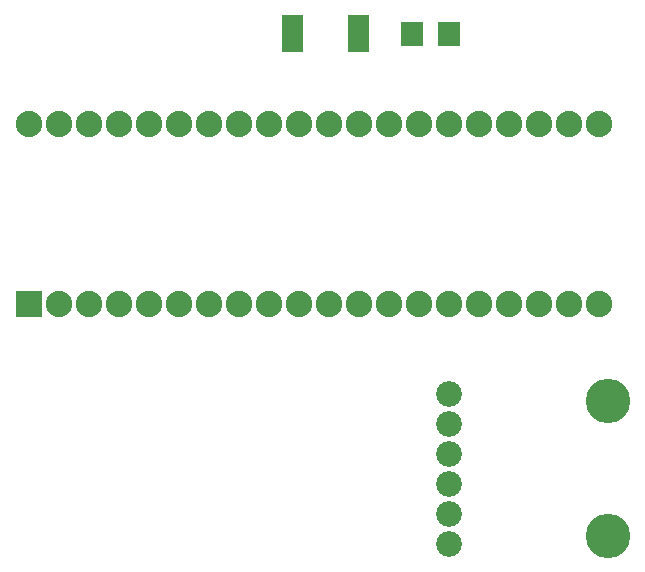
<source format=gts>
G04 MADE WITH FRITZING*
G04 WWW.FRITZING.ORG*
G04 DOUBLE SIDED*
G04 HOLES PLATED*
G04 CONTOUR ON CENTER OF CONTOUR VECTOR*
%ASAXBY*%
%FSLAX23Y23*%
%MOIN*%
%OFA0B0*%
%SFA1.0B1.0*%
%ADD10C,0.086000*%
%ADD11C,0.148425*%
%ADD12C,0.088000*%
%ADD13R,0.085000X0.085000*%
%ADD14R,0.072992X0.084803*%
%ADD15C,0.010000*%
%LNMASK1*%
G90*
G70*
G54D10*
X1928Y279D03*
X1928Y379D03*
X1928Y479D03*
X1928Y579D03*
X1928Y679D03*
X1928Y779D03*
G54D11*
X2458Y754D03*
X2458Y304D03*
G54D12*
X528Y1079D03*
X528Y1679D03*
X628Y1079D03*
X628Y1679D03*
X728Y1079D03*
X728Y1679D03*
X828Y1079D03*
X828Y1679D03*
X928Y1079D03*
X928Y1679D03*
X1028Y1079D03*
X1028Y1679D03*
X1128Y1079D03*
X1128Y1679D03*
X1228Y1079D03*
X1228Y1679D03*
X1328Y1079D03*
X1328Y1679D03*
X1428Y1079D03*
X1428Y1679D03*
X1528Y1079D03*
X1528Y1679D03*
X1628Y1079D03*
X1628Y1679D03*
X1728Y1079D03*
X1728Y1679D03*
X1828Y1079D03*
X1828Y1679D03*
X1928Y1079D03*
X1928Y1679D03*
X2028Y1079D03*
X2028Y1679D03*
X2128Y1079D03*
X2128Y1679D03*
X2228Y1079D03*
X2228Y1679D03*
X2328Y1079D03*
X2328Y1679D03*
X2428Y1079D03*
X2428Y1679D03*
G54D13*
X528Y1079D03*
G54D14*
X1928Y1979D03*
X1806Y1979D03*
G54D15*
G36*
X1593Y1916D02*
X1593Y2042D01*
X1664Y2042D01*
X1664Y1916D01*
X1593Y1916D01*
G37*
D02*
G36*
X1372Y1916D02*
X1372Y2042D01*
X1443Y2042D01*
X1443Y1916D01*
X1372Y1916D01*
G37*
D02*
G04 End of Mask1*
M02*
</source>
